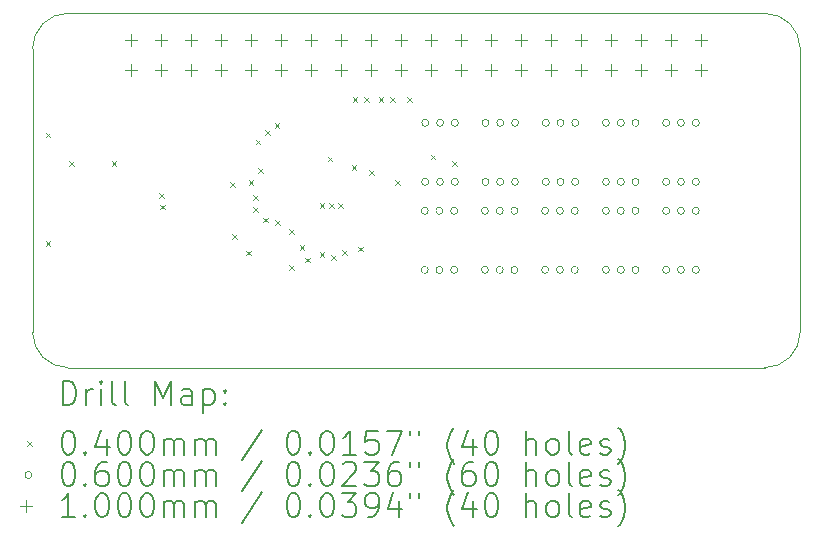
<source format=gbr>
%TF.GenerationSoftware,KiCad,Pcbnew,7.0.9*%
%TF.CreationDate,2023-11-18T01:38:32+02:00*%
%TF.ProjectId,MicroBars,4d696372-6f42-4617-9273-2e6b69636164,rev?*%
%TF.SameCoordinates,Original*%
%TF.FileFunction,Drillmap*%
%TF.FilePolarity,Positive*%
%FSLAX45Y45*%
G04 Gerber Fmt 4.5, Leading zero omitted, Abs format (unit mm)*
G04 Created by KiCad (PCBNEW 7.0.9) date 2023-11-18 01:38:32*
%MOMM*%
%LPD*%
G01*
G04 APERTURE LIST*
%ADD10C,0.100000*%
%ADD11C,0.200000*%
G04 APERTURE END LIST*
D10*
X16550000Y-11190000D02*
G75*
G03*
X16250000Y-10890000I-300000J0D01*
G01*
X16250000Y-10890000D02*
X10350000Y-10890000D01*
X16250000Y-13890000D02*
G75*
G03*
X16550000Y-13590000I0J300000D01*
G01*
X16550000Y-13590000D02*
X16550000Y-11190000D01*
X10350000Y-10890000D02*
G75*
G03*
X10050000Y-11190000I0J-300000D01*
G01*
X10350000Y-13890000D02*
X16250000Y-13890000D01*
X10050000Y-13590000D02*
G75*
G03*
X10350000Y-13890000I300000J0D01*
G01*
X10050000Y-11190000D02*
X10050000Y-13590000D01*
D11*
D10*
X10160000Y-11900000D02*
X10200000Y-11940000D01*
X10200000Y-11900000D02*
X10160000Y-11940000D01*
X10160000Y-12820000D02*
X10200000Y-12860000D01*
X10200000Y-12820000D02*
X10160000Y-12860000D01*
X10360000Y-12140000D02*
X10400000Y-12180000D01*
X10400000Y-12140000D02*
X10360000Y-12180000D01*
X10720000Y-12140000D02*
X10760000Y-12180000D01*
X10760000Y-12140000D02*
X10720000Y-12180000D01*
X11119206Y-12411738D02*
X11159206Y-12451738D01*
X11159206Y-12411738D02*
X11119206Y-12451738D01*
X11128770Y-12511230D02*
X11168770Y-12551230D01*
X11168770Y-12511230D02*
X11128770Y-12551230D01*
X11720000Y-12320000D02*
X11760000Y-12360000D01*
X11760000Y-12320000D02*
X11720000Y-12360000D01*
X11740000Y-12760000D02*
X11780000Y-12800000D01*
X11780000Y-12760000D02*
X11740000Y-12800000D01*
X11860000Y-12900000D02*
X11900000Y-12940000D01*
X11900000Y-12900000D02*
X11860000Y-12940000D01*
X11880000Y-12300000D02*
X11920000Y-12340000D01*
X11920000Y-12300000D02*
X11880000Y-12340000D01*
X11920000Y-12428900D02*
X11960000Y-12468900D01*
X11960000Y-12428900D02*
X11920000Y-12468900D01*
X11920000Y-12528850D02*
X11960000Y-12568850D01*
X11960000Y-12528850D02*
X11920000Y-12568850D01*
X11940000Y-11960000D02*
X11980000Y-12000000D01*
X11980000Y-11960000D02*
X11940000Y-12000000D01*
X11960000Y-12200000D02*
X12000000Y-12240000D01*
X12000000Y-12200000D02*
X11960000Y-12240000D01*
X12000000Y-12620000D02*
X12040000Y-12660000D01*
X12040000Y-12620000D02*
X12000000Y-12660000D01*
X12020000Y-11880000D02*
X12060000Y-11920000D01*
X12060000Y-11880000D02*
X12020000Y-11920000D01*
X12100000Y-11820000D02*
X12140000Y-11860000D01*
X12140000Y-11820000D02*
X12100000Y-11860000D01*
X12101300Y-12643750D02*
X12141300Y-12683750D01*
X12141300Y-12643750D02*
X12101300Y-12683750D01*
X12220000Y-12720000D02*
X12260000Y-12760000D01*
X12260000Y-12720000D02*
X12220000Y-12760000D01*
X12220000Y-13020000D02*
X12260000Y-13060000D01*
X12260000Y-13020000D02*
X12220000Y-13060000D01*
X12311300Y-12851300D02*
X12351300Y-12891300D01*
X12351300Y-12851300D02*
X12311300Y-12891300D01*
X12360000Y-12960000D02*
X12400000Y-13000000D01*
X12400000Y-12960000D02*
X12360000Y-13000000D01*
X12480000Y-12500000D02*
X12520000Y-12540000D01*
X12520000Y-12500000D02*
X12480000Y-12540000D01*
X12481300Y-12911300D02*
X12521300Y-12951300D01*
X12521300Y-12911300D02*
X12481300Y-12951300D01*
X12549133Y-12103728D02*
X12589133Y-12143728D01*
X12589133Y-12103728D02*
X12549133Y-12143728D01*
X12560000Y-12500000D02*
X12600000Y-12540000D01*
X12600000Y-12500000D02*
X12560000Y-12540000D01*
X12578266Y-12935541D02*
X12618266Y-12975541D01*
X12618266Y-12935541D02*
X12578266Y-12975541D01*
X12640000Y-12500000D02*
X12680000Y-12540000D01*
X12680000Y-12500000D02*
X12640000Y-12540000D01*
X12670668Y-12897437D02*
X12710668Y-12937437D01*
X12710668Y-12897437D02*
X12670668Y-12937437D01*
X12752010Y-12177450D02*
X12792010Y-12217450D01*
X12792010Y-12177450D02*
X12752010Y-12217450D01*
X12760000Y-11600000D02*
X12800000Y-11640000D01*
X12800000Y-11600000D02*
X12760000Y-11640000D01*
X12805282Y-12865282D02*
X12845282Y-12905282D01*
X12845282Y-12865282D02*
X12805282Y-12905282D01*
X12860000Y-11600000D02*
X12900000Y-11640000D01*
X12900000Y-11600000D02*
X12860000Y-11640000D01*
X12900000Y-12220000D02*
X12940000Y-12260000D01*
X12940000Y-12220000D02*
X12900000Y-12260000D01*
X12980000Y-11600000D02*
X13020000Y-11640000D01*
X13020000Y-11600000D02*
X12980000Y-11640000D01*
X13080000Y-11600000D02*
X13120000Y-11640000D01*
X13120000Y-11600000D02*
X13080000Y-11640000D01*
X13120000Y-12300000D02*
X13160000Y-12340000D01*
X13160000Y-12300000D02*
X13120000Y-12340000D01*
X13220000Y-11600000D02*
X13260000Y-11640000D01*
X13260000Y-11600000D02*
X13220000Y-11640000D01*
X13421300Y-12087500D02*
X13461300Y-12127500D01*
X13461300Y-12087500D02*
X13421300Y-12127500D01*
X13601300Y-12142600D02*
X13641300Y-12182600D01*
X13641300Y-12142600D02*
X13601300Y-12182600D01*
X13400000Y-12562550D02*
G75*
G03*
X13400000Y-12562550I-30000J0D01*
G01*
X13400000Y-13062550D02*
G75*
G03*
X13400000Y-13062550I-30000J0D01*
G01*
X13405175Y-11817550D02*
G75*
G03*
X13405175Y-11817550I-30000J0D01*
G01*
X13405175Y-12317550D02*
G75*
G03*
X13405175Y-12317550I-30000J0D01*
G01*
X13525000Y-12562550D02*
G75*
G03*
X13525000Y-12562550I-30000J0D01*
G01*
X13525000Y-13062550D02*
G75*
G03*
X13525000Y-13062550I-30000J0D01*
G01*
X13530175Y-11817550D02*
G75*
G03*
X13530175Y-11817550I-30000J0D01*
G01*
X13530175Y-12317550D02*
G75*
G03*
X13530175Y-12317550I-30000J0D01*
G01*
X13650000Y-12562550D02*
G75*
G03*
X13650000Y-12562550I-30000J0D01*
G01*
X13650000Y-13062550D02*
G75*
G03*
X13650000Y-13062550I-30000J0D01*
G01*
X13655175Y-11817550D02*
G75*
G03*
X13655175Y-11817550I-30000J0D01*
G01*
X13655175Y-12317550D02*
G75*
G03*
X13655175Y-12317550I-30000J0D01*
G01*
X13910050Y-12562550D02*
G75*
G03*
X13910050Y-12562550I-30000J0D01*
G01*
X13910050Y-13062550D02*
G75*
G03*
X13910050Y-13062550I-30000J0D01*
G01*
X13915175Y-11817550D02*
G75*
G03*
X13915175Y-11817550I-30000J0D01*
G01*
X13915175Y-12317550D02*
G75*
G03*
X13915175Y-12317550I-30000J0D01*
G01*
X14035050Y-12562550D02*
G75*
G03*
X14035050Y-12562550I-30000J0D01*
G01*
X14035050Y-13062550D02*
G75*
G03*
X14035050Y-13062550I-30000J0D01*
G01*
X14040175Y-11817550D02*
G75*
G03*
X14040175Y-11817550I-30000J0D01*
G01*
X14040175Y-12317550D02*
G75*
G03*
X14040175Y-12317550I-30000J0D01*
G01*
X14160050Y-12562550D02*
G75*
G03*
X14160050Y-12562550I-30000J0D01*
G01*
X14160050Y-13062550D02*
G75*
G03*
X14160050Y-13062550I-30000J0D01*
G01*
X14165175Y-11817550D02*
G75*
G03*
X14165175Y-11817550I-30000J0D01*
G01*
X14165175Y-12317550D02*
G75*
G03*
X14165175Y-12317550I-30000J0D01*
G01*
X14420050Y-12562550D02*
G75*
G03*
X14420050Y-12562550I-30000J0D01*
G01*
X14420050Y-13062550D02*
G75*
G03*
X14420050Y-13062550I-30000J0D01*
G01*
X14425300Y-11817550D02*
G75*
G03*
X14425300Y-11817550I-30000J0D01*
G01*
X14425300Y-12317550D02*
G75*
G03*
X14425300Y-12317550I-30000J0D01*
G01*
X14545050Y-12562550D02*
G75*
G03*
X14545050Y-12562550I-30000J0D01*
G01*
X14545050Y-13062550D02*
G75*
G03*
X14545050Y-13062550I-30000J0D01*
G01*
X14550300Y-11817550D02*
G75*
G03*
X14550300Y-11817550I-30000J0D01*
G01*
X14550300Y-12317550D02*
G75*
G03*
X14550300Y-12317550I-30000J0D01*
G01*
X14670050Y-12562550D02*
G75*
G03*
X14670050Y-12562550I-30000J0D01*
G01*
X14670050Y-13062550D02*
G75*
G03*
X14670050Y-13062550I-30000J0D01*
G01*
X14675300Y-11817550D02*
G75*
G03*
X14675300Y-11817550I-30000J0D01*
G01*
X14675300Y-12317550D02*
G75*
G03*
X14675300Y-12317550I-30000J0D01*
G01*
X14935050Y-12562550D02*
G75*
G03*
X14935050Y-12562550I-30000J0D01*
G01*
X14935050Y-13062550D02*
G75*
G03*
X14935050Y-13062550I-30000J0D01*
G01*
X14935300Y-11817550D02*
G75*
G03*
X14935300Y-11817550I-30000J0D01*
G01*
X14935300Y-12317550D02*
G75*
G03*
X14935300Y-12317550I-30000J0D01*
G01*
X15060050Y-12562550D02*
G75*
G03*
X15060050Y-12562550I-30000J0D01*
G01*
X15060050Y-13062550D02*
G75*
G03*
X15060050Y-13062550I-30000J0D01*
G01*
X15060300Y-11817550D02*
G75*
G03*
X15060300Y-11817550I-30000J0D01*
G01*
X15060300Y-12317550D02*
G75*
G03*
X15060300Y-12317550I-30000J0D01*
G01*
X15185050Y-12562550D02*
G75*
G03*
X15185050Y-12562550I-30000J0D01*
G01*
X15185050Y-13062550D02*
G75*
G03*
X15185050Y-13062550I-30000J0D01*
G01*
X15185300Y-11817550D02*
G75*
G03*
X15185300Y-11817550I-30000J0D01*
G01*
X15185300Y-12317550D02*
G75*
G03*
X15185300Y-12317550I-30000J0D01*
G01*
X15445050Y-12562550D02*
G75*
G03*
X15445050Y-12562550I-30000J0D01*
G01*
X15445050Y-13062550D02*
G75*
G03*
X15445050Y-13062550I-30000J0D01*
G01*
X15445300Y-11817550D02*
G75*
G03*
X15445300Y-11817550I-30000J0D01*
G01*
X15445300Y-12317550D02*
G75*
G03*
X15445300Y-12317550I-30000J0D01*
G01*
X15570050Y-12562550D02*
G75*
G03*
X15570050Y-12562550I-30000J0D01*
G01*
X15570050Y-13062550D02*
G75*
G03*
X15570050Y-13062550I-30000J0D01*
G01*
X15570300Y-11817550D02*
G75*
G03*
X15570300Y-11817550I-30000J0D01*
G01*
X15570300Y-12317550D02*
G75*
G03*
X15570300Y-12317550I-30000J0D01*
G01*
X15695050Y-12562550D02*
G75*
G03*
X15695050Y-12562550I-30000J0D01*
G01*
X15695050Y-13062550D02*
G75*
G03*
X15695050Y-13062550I-30000J0D01*
G01*
X15695300Y-11817550D02*
G75*
G03*
X15695300Y-11817550I-30000J0D01*
G01*
X15695300Y-12317550D02*
G75*
G03*
X15695300Y-12317550I-30000J0D01*
G01*
X10887000Y-11063000D02*
X10887000Y-11163000D01*
X10837000Y-11113000D02*
X10937000Y-11113000D01*
X10887000Y-11317000D02*
X10887000Y-11417000D01*
X10837000Y-11367000D02*
X10937000Y-11367000D01*
X11141000Y-11063000D02*
X11141000Y-11163000D01*
X11091000Y-11113000D02*
X11191000Y-11113000D01*
X11141000Y-11317000D02*
X11141000Y-11417000D01*
X11091000Y-11367000D02*
X11191000Y-11367000D01*
X11395000Y-11063000D02*
X11395000Y-11163000D01*
X11345000Y-11113000D02*
X11445000Y-11113000D01*
X11395000Y-11317000D02*
X11395000Y-11417000D01*
X11345000Y-11367000D02*
X11445000Y-11367000D01*
X11649000Y-11063000D02*
X11649000Y-11163000D01*
X11599000Y-11113000D02*
X11699000Y-11113000D01*
X11649000Y-11317000D02*
X11649000Y-11417000D01*
X11599000Y-11367000D02*
X11699000Y-11367000D01*
X11903000Y-11063000D02*
X11903000Y-11163000D01*
X11853000Y-11113000D02*
X11953000Y-11113000D01*
X11903000Y-11317000D02*
X11903000Y-11417000D01*
X11853000Y-11367000D02*
X11953000Y-11367000D01*
X12157000Y-11063000D02*
X12157000Y-11163000D01*
X12107000Y-11113000D02*
X12207000Y-11113000D01*
X12157000Y-11317000D02*
X12157000Y-11417000D01*
X12107000Y-11367000D02*
X12207000Y-11367000D01*
X12411000Y-11063000D02*
X12411000Y-11163000D01*
X12361000Y-11113000D02*
X12461000Y-11113000D01*
X12411000Y-11317000D02*
X12411000Y-11417000D01*
X12361000Y-11367000D02*
X12461000Y-11367000D01*
X12665000Y-11063000D02*
X12665000Y-11163000D01*
X12615000Y-11113000D02*
X12715000Y-11113000D01*
X12665000Y-11317000D02*
X12665000Y-11417000D01*
X12615000Y-11367000D02*
X12715000Y-11367000D01*
X12919000Y-11063000D02*
X12919000Y-11163000D01*
X12869000Y-11113000D02*
X12969000Y-11113000D01*
X12919000Y-11317000D02*
X12919000Y-11417000D01*
X12869000Y-11367000D02*
X12969000Y-11367000D01*
X13173000Y-11063000D02*
X13173000Y-11163000D01*
X13123000Y-11113000D02*
X13223000Y-11113000D01*
X13173000Y-11317000D02*
X13173000Y-11417000D01*
X13123000Y-11367000D02*
X13223000Y-11367000D01*
X13427000Y-11063000D02*
X13427000Y-11163000D01*
X13377000Y-11113000D02*
X13477000Y-11113000D01*
X13427000Y-11317000D02*
X13427000Y-11417000D01*
X13377000Y-11367000D02*
X13477000Y-11367000D01*
X13681000Y-11063000D02*
X13681000Y-11163000D01*
X13631000Y-11113000D02*
X13731000Y-11113000D01*
X13681000Y-11317000D02*
X13681000Y-11417000D01*
X13631000Y-11367000D02*
X13731000Y-11367000D01*
X13935000Y-11063000D02*
X13935000Y-11163000D01*
X13885000Y-11113000D02*
X13985000Y-11113000D01*
X13935000Y-11317000D02*
X13935000Y-11417000D01*
X13885000Y-11367000D02*
X13985000Y-11367000D01*
X14189000Y-11063000D02*
X14189000Y-11163000D01*
X14139000Y-11113000D02*
X14239000Y-11113000D01*
X14189000Y-11317000D02*
X14189000Y-11417000D01*
X14139000Y-11367000D02*
X14239000Y-11367000D01*
X14443000Y-11063000D02*
X14443000Y-11163000D01*
X14393000Y-11113000D02*
X14493000Y-11113000D01*
X14443000Y-11317000D02*
X14443000Y-11417000D01*
X14393000Y-11367000D02*
X14493000Y-11367000D01*
X14697000Y-11063000D02*
X14697000Y-11163000D01*
X14647000Y-11113000D02*
X14747000Y-11113000D01*
X14697000Y-11317000D02*
X14697000Y-11417000D01*
X14647000Y-11367000D02*
X14747000Y-11367000D01*
X14951000Y-11063000D02*
X14951000Y-11163000D01*
X14901000Y-11113000D02*
X15001000Y-11113000D01*
X14951000Y-11317000D02*
X14951000Y-11417000D01*
X14901000Y-11367000D02*
X15001000Y-11367000D01*
X15205000Y-11063000D02*
X15205000Y-11163000D01*
X15155000Y-11113000D02*
X15255000Y-11113000D01*
X15205000Y-11317000D02*
X15205000Y-11417000D01*
X15155000Y-11367000D02*
X15255000Y-11367000D01*
X15459000Y-11063000D02*
X15459000Y-11163000D01*
X15409000Y-11113000D02*
X15509000Y-11113000D01*
X15459000Y-11317000D02*
X15459000Y-11417000D01*
X15409000Y-11367000D02*
X15509000Y-11367000D01*
X15713000Y-11063000D02*
X15713000Y-11163000D01*
X15663000Y-11113000D02*
X15763000Y-11113000D01*
X15713000Y-11317000D02*
X15713000Y-11417000D01*
X15663000Y-11367000D02*
X15763000Y-11367000D01*
D11*
X10305777Y-14206484D02*
X10305777Y-14006484D01*
X10305777Y-14006484D02*
X10353396Y-14006484D01*
X10353396Y-14006484D02*
X10381967Y-14016008D01*
X10381967Y-14016008D02*
X10401015Y-14035055D01*
X10401015Y-14035055D02*
X10410539Y-14054103D01*
X10410539Y-14054103D02*
X10420063Y-14092198D01*
X10420063Y-14092198D02*
X10420063Y-14120769D01*
X10420063Y-14120769D02*
X10410539Y-14158865D01*
X10410539Y-14158865D02*
X10401015Y-14177912D01*
X10401015Y-14177912D02*
X10381967Y-14196960D01*
X10381967Y-14196960D02*
X10353396Y-14206484D01*
X10353396Y-14206484D02*
X10305777Y-14206484D01*
X10505777Y-14206484D02*
X10505777Y-14073150D01*
X10505777Y-14111246D02*
X10515301Y-14092198D01*
X10515301Y-14092198D02*
X10524824Y-14082674D01*
X10524824Y-14082674D02*
X10543872Y-14073150D01*
X10543872Y-14073150D02*
X10562920Y-14073150D01*
X10629586Y-14206484D02*
X10629586Y-14073150D01*
X10629586Y-14006484D02*
X10620063Y-14016008D01*
X10620063Y-14016008D02*
X10629586Y-14025531D01*
X10629586Y-14025531D02*
X10639110Y-14016008D01*
X10639110Y-14016008D02*
X10629586Y-14006484D01*
X10629586Y-14006484D02*
X10629586Y-14025531D01*
X10753396Y-14206484D02*
X10734348Y-14196960D01*
X10734348Y-14196960D02*
X10724824Y-14177912D01*
X10724824Y-14177912D02*
X10724824Y-14006484D01*
X10858158Y-14206484D02*
X10839110Y-14196960D01*
X10839110Y-14196960D02*
X10829586Y-14177912D01*
X10829586Y-14177912D02*
X10829586Y-14006484D01*
X11086729Y-14206484D02*
X11086729Y-14006484D01*
X11086729Y-14006484D02*
X11153396Y-14149341D01*
X11153396Y-14149341D02*
X11220062Y-14006484D01*
X11220062Y-14006484D02*
X11220062Y-14206484D01*
X11401015Y-14206484D02*
X11401015Y-14101722D01*
X11401015Y-14101722D02*
X11391491Y-14082674D01*
X11391491Y-14082674D02*
X11372443Y-14073150D01*
X11372443Y-14073150D02*
X11334348Y-14073150D01*
X11334348Y-14073150D02*
X11315301Y-14082674D01*
X11401015Y-14196960D02*
X11381967Y-14206484D01*
X11381967Y-14206484D02*
X11334348Y-14206484D01*
X11334348Y-14206484D02*
X11315301Y-14196960D01*
X11315301Y-14196960D02*
X11305777Y-14177912D01*
X11305777Y-14177912D02*
X11305777Y-14158865D01*
X11305777Y-14158865D02*
X11315301Y-14139817D01*
X11315301Y-14139817D02*
X11334348Y-14130293D01*
X11334348Y-14130293D02*
X11381967Y-14130293D01*
X11381967Y-14130293D02*
X11401015Y-14120769D01*
X11496253Y-14073150D02*
X11496253Y-14273150D01*
X11496253Y-14082674D02*
X11515301Y-14073150D01*
X11515301Y-14073150D02*
X11553396Y-14073150D01*
X11553396Y-14073150D02*
X11572443Y-14082674D01*
X11572443Y-14082674D02*
X11581967Y-14092198D01*
X11581967Y-14092198D02*
X11591491Y-14111246D01*
X11591491Y-14111246D02*
X11591491Y-14168388D01*
X11591491Y-14168388D02*
X11581967Y-14187436D01*
X11581967Y-14187436D02*
X11572443Y-14196960D01*
X11572443Y-14196960D02*
X11553396Y-14206484D01*
X11553396Y-14206484D02*
X11515301Y-14206484D01*
X11515301Y-14206484D02*
X11496253Y-14196960D01*
X11677205Y-14187436D02*
X11686729Y-14196960D01*
X11686729Y-14196960D02*
X11677205Y-14206484D01*
X11677205Y-14206484D02*
X11667682Y-14196960D01*
X11667682Y-14196960D02*
X11677205Y-14187436D01*
X11677205Y-14187436D02*
X11677205Y-14206484D01*
X11677205Y-14082674D02*
X11686729Y-14092198D01*
X11686729Y-14092198D02*
X11677205Y-14101722D01*
X11677205Y-14101722D02*
X11667682Y-14092198D01*
X11667682Y-14092198D02*
X11677205Y-14082674D01*
X11677205Y-14082674D02*
X11677205Y-14101722D01*
D10*
X10005000Y-14515000D02*
X10045000Y-14555000D01*
X10045000Y-14515000D02*
X10005000Y-14555000D01*
D11*
X10343872Y-14426484D02*
X10362920Y-14426484D01*
X10362920Y-14426484D02*
X10381967Y-14436008D01*
X10381967Y-14436008D02*
X10391491Y-14445531D01*
X10391491Y-14445531D02*
X10401015Y-14464579D01*
X10401015Y-14464579D02*
X10410539Y-14502674D01*
X10410539Y-14502674D02*
X10410539Y-14550293D01*
X10410539Y-14550293D02*
X10401015Y-14588388D01*
X10401015Y-14588388D02*
X10391491Y-14607436D01*
X10391491Y-14607436D02*
X10381967Y-14616960D01*
X10381967Y-14616960D02*
X10362920Y-14626484D01*
X10362920Y-14626484D02*
X10343872Y-14626484D01*
X10343872Y-14626484D02*
X10324824Y-14616960D01*
X10324824Y-14616960D02*
X10315301Y-14607436D01*
X10315301Y-14607436D02*
X10305777Y-14588388D01*
X10305777Y-14588388D02*
X10296253Y-14550293D01*
X10296253Y-14550293D02*
X10296253Y-14502674D01*
X10296253Y-14502674D02*
X10305777Y-14464579D01*
X10305777Y-14464579D02*
X10315301Y-14445531D01*
X10315301Y-14445531D02*
X10324824Y-14436008D01*
X10324824Y-14436008D02*
X10343872Y-14426484D01*
X10496253Y-14607436D02*
X10505777Y-14616960D01*
X10505777Y-14616960D02*
X10496253Y-14626484D01*
X10496253Y-14626484D02*
X10486729Y-14616960D01*
X10486729Y-14616960D02*
X10496253Y-14607436D01*
X10496253Y-14607436D02*
X10496253Y-14626484D01*
X10677205Y-14493150D02*
X10677205Y-14626484D01*
X10629586Y-14416960D02*
X10581967Y-14559817D01*
X10581967Y-14559817D02*
X10705777Y-14559817D01*
X10820063Y-14426484D02*
X10839110Y-14426484D01*
X10839110Y-14426484D02*
X10858158Y-14436008D01*
X10858158Y-14436008D02*
X10867682Y-14445531D01*
X10867682Y-14445531D02*
X10877205Y-14464579D01*
X10877205Y-14464579D02*
X10886729Y-14502674D01*
X10886729Y-14502674D02*
X10886729Y-14550293D01*
X10886729Y-14550293D02*
X10877205Y-14588388D01*
X10877205Y-14588388D02*
X10867682Y-14607436D01*
X10867682Y-14607436D02*
X10858158Y-14616960D01*
X10858158Y-14616960D02*
X10839110Y-14626484D01*
X10839110Y-14626484D02*
X10820063Y-14626484D01*
X10820063Y-14626484D02*
X10801015Y-14616960D01*
X10801015Y-14616960D02*
X10791491Y-14607436D01*
X10791491Y-14607436D02*
X10781967Y-14588388D01*
X10781967Y-14588388D02*
X10772444Y-14550293D01*
X10772444Y-14550293D02*
X10772444Y-14502674D01*
X10772444Y-14502674D02*
X10781967Y-14464579D01*
X10781967Y-14464579D02*
X10791491Y-14445531D01*
X10791491Y-14445531D02*
X10801015Y-14436008D01*
X10801015Y-14436008D02*
X10820063Y-14426484D01*
X11010539Y-14426484D02*
X11029586Y-14426484D01*
X11029586Y-14426484D02*
X11048634Y-14436008D01*
X11048634Y-14436008D02*
X11058158Y-14445531D01*
X11058158Y-14445531D02*
X11067682Y-14464579D01*
X11067682Y-14464579D02*
X11077205Y-14502674D01*
X11077205Y-14502674D02*
X11077205Y-14550293D01*
X11077205Y-14550293D02*
X11067682Y-14588388D01*
X11067682Y-14588388D02*
X11058158Y-14607436D01*
X11058158Y-14607436D02*
X11048634Y-14616960D01*
X11048634Y-14616960D02*
X11029586Y-14626484D01*
X11029586Y-14626484D02*
X11010539Y-14626484D01*
X11010539Y-14626484D02*
X10991491Y-14616960D01*
X10991491Y-14616960D02*
X10981967Y-14607436D01*
X10981967Y-14607436D02*
X10972444Y-14588388D01*
X10972444Y-14588388D02*
X10962920Y-14550293D01*
X10962920Y-14550293D02*
X10962920Y-14502674D01*
X10962920Y-14502674D02*
X10972444Y-14464579D01*
X10972444Y-14464579D02*
X10981967Y-14445531D01*
X10981967Y-14445531D02*
X10991491Y-14436008D01*
X10991491Y-14436008D02*
X11010539Y-14426484D01*
X11162920Y-14626484D02*
X11162920Y-14493150D01*
X11162920Y-14512198D02*
X11172444Y-14502674D01*
X11172444Y-14502674D02*
X11191491Y-14493150D01*
X11191491Y-14493150D02*
X11220063Y-14493150D01*
X11220063Y-14493150D02*
X11239110Y-14502674D01*
X11239110Y-14502674D02*
X11248634Y-14521722D01*
X11248634Y-14521722D02*
X11248634Y-14626484D01*
X11248634Y-14521722D02*
X11258158Y-14502674D01*
X11258158Y-14502674D02*
X11277205Y-14493150D01*
X11277205Y-14493150D02*
X11305777Y-14493150D01*
X11305777Y-14493150D02*
X11324824Y-14502674D01*
X11324824Y-14502674D02*
X11334348Y-14521722D01*
X11334348Y-14521722D02*
X11334348Y-14626484D01*
X11429586Y-14626484D02*
X11429586Y-14493150D01*
X11429586Y-14512198D02*
X11439110Y-14502674D01*
X11439110Y-14502674D02*
X11458158Y-14493150D01*
X11458158Y-14493150D02*
X11486729Y-14493150D01*
X11486729Y-14493150D02*
X11505777Y-14502674D01*
X11505777Y-14502674D02*
X11515301Y-14521722D01*
X11515301Y-14521722D02*
X11515301Y-14626484D01*
X11515301Y-14521722D02*
X11524824Y-14502674D01*
X11524824Y-14502674D02*
X11543872Y-14493150D01*
X11543872Y-14493150D02*
X11572443Y-14493150D01*
X11572443Y-14493150D02*
X11591491Y-14502674D01*
X11591491Y-14502674D02*
X11601015Y-14521722D01*
X11601015Y-14521722D02*
X11601015Y-14626484D01*
X11991491Y-14416960D02*
X11820063Y-14674103D01*
X12248634Y-14426484D02*
X12267682Y-14426484D01*
X12267682Y-14426484D02*
X12286729Y-14436008D01*
X12286729Y-14436008D02*
X12296253Y-14445531D01*
X12296253Y-14445531D02*
X12305777Y-14464579D01*
X12305777Y-14464579D02*
X12315301Y-14502674D01*
X12315301Y-14502674D02*
X12315301Y-14550293D01*
X12315301Y-14550293D02*
X12305777Y-14588388D01*
X12305777Y-14588388D02*
X12296253Y-14607436D01*
X12296253Y-14607436D02*
X12286729Y-14616960D01*
X12286729Y-14616960D02*
X12267682Y-14626484D01*
X12267682Y-14626484D02*
X12248634Y-14626484D01*
X12248634Y-14626484D02*
X12229586Y-14616960D01*
X12229586Y-14616960D02*
X12220063Y-14607436D01*
X12220063Y-14607436D02*
X12210539Y-14588388D01*
X12210539Y-14588388D02*
X12201015Y-14550293D01*
X12201015Y-14550293D02*
X12201015Y-14502674D01*
X12201015Y-14502674D02*
X12210539Y-14464579D01*
X12210539Y-14464579D02*
X12220063Y-14445531D01*
X12220063Y-14445531D02*
X12229586Y-14436008D01*
X12229586Y-14436008D02*
X12248634Y-14426484D01*
X12401015Y-14607436D02*
X12410539Y-14616960D01*
X12410539Y-14616960D02*
X12401015Y-14626484D01*
X12401015Y-14626484D02*
X12391491Y-14616960D01*
X12391491Y-14616960D02*
X12401015Y-14607436D01*
X12401015Y-14607436D02*
X12401015Y-14626484D01*
X12534348Y-14426484D02*
X12553396Y-14426484D01*
X12553396Y-14426484D02*
X12572444Y-14436008D01*
X12572444Y-14436008D02*
X12581967Y-14445531D01*
X12581967Y-14445531D02*
X12591491Y-14464579D01*
X12591491Y-14464579D02*
X12601015Y-14502674D01*
X12601015Y-14502674D02*
X12601015Y-14550293D01*
X12601015Y-14550293D02*
X12591491Y-14588388D01*
X12591491Y-14588388D02*
X12581967Y-14607436D01*
X12581967Y-14607436D02*
X12572444Y-14616960D01*
X12572444Y-14616960D02*
X12553396Y-14626484D01*
X12553396Y-14626484D02*
X12534348Y-14626484D01*
X12534348Y-14626484D02*
X12515301Y-14616960D01*
X12515301Y-14616960D02*
X12505777Y-14607436D01*
X12505777Y-14607436D02*
X12496253Y-14588388D01*
X12496253Y-14588388D02*
X12486729Y-14550293D01*
X12486729Y-14550293D02*
X12486729Y-14502674D01*
X12486729Y-14502674D02*
X12496253Y-14464579D01*
X12496253Y-14464579D02*
X12505777Y-14445531D01*
X12505777Y-14445531D02*
X12515301Y-14436008D01*
X12515301Y-14436008D02*
X12534348Y-14426484D01*
X12791491Y-14626484D02*
X12677206Y-14626484D01*
X12734348Y-14626484D02*
X12734348Y-14426484D01*
X12734348Y-14426484D02*
X12715301Y-14455055D01*
X12715301Y-14455055D02*
X12696253Y-14474103D01*
X12696253Y-14474103D02*
X12677206Y-14483627D01*
X12972444Y-14426484D02*
X12877206Y-14426484D01*
X12877206Y-14426484D02*
X12867682Y-14521722D01*
X12867682Y-14521722D02*
X12877206Y-14512198D01*
X12877206Y-14512198D02*
X12896253Y-14502674D01*
X12896253Y-14502674D02*
X12943872Y-14502674D01*
X12943872Y-14502674D02*
X12962920Y-14512198D01*
X12962920Y-14512198D02*
X12972444Y-14521722D01*
X12972444Y-14521722D02*
X12981967Y-14540769D01*
X12981967Y-14540769D02*
X12981967Y-14588388D01*
X12981967Y-14588388D02*
X12972444Y-14607436D01*
X12972444Y-14607436D02*
X12962920Y-14616960D01*
X12962920Y-14616960D02*
X12943872Y-14626484D01*
X12943872Y-14626484D02*
X12896253Y-14626484D01*
X12896253Y-14626484D02*
X12877206Y-14616960D01*
X12877206Y-14616960D02*
X12867682Y-14607436D01*
X13048634Y-14426484D02*
X13181967Y-14426484D01*
X13181967Y-14426484D02*
X13096253Y-14626484D01*
X13248634Y-14426484D02*
X13248634Y-14464579D01*
X13324825Y-14426484D02*
X13324825Y-14464579D01*
X13620063Y-14702674D02*
X13610539Y-14693150D01*
X13610539Y-14693150D02*
X13591491Y-14664579D01*
X13591491Y-14664579D02*
X13581968Y-14645531D01*
X13581968Y-14645531D02*
X13572444Y-14616960D01*
X13572444Y-14616960D02*
X13562920Y-14569341D01*
X13562920Y-14569341D02*
X13562920Y-14531246D01*
X13562920Y-14531246D02*
X13572444Y-14483627D01*
X13572444Y-14483627D02*
X13581968Y-14455055D01*
X13581968Y-14455055D02*
X13591491Y-14436008D01*
X13591491Y-14436008D02*
X13610539Y-14407436D01*
X13610539Y-14407436D02*
X13620063Y-14397912D01*
X13781968Y-14493150D02*
X13781968Y-14626484D01*
X13734348Y-14416960D02*
X13686729Y-14559817D01*
X13686729Y-14559817D02*
X13810539Y-14559817D01*
X13924825Y-14426484D02*
X13943872Y-14426484D01*
X13943872Y-14426484D02*
X13962920Y-14436008D01*
X13962920Y-14436008D02*
X13972444Y-14445531D01*
X13972444Y-14445531D02*
X13981968Y-14464579D01*
X13981968Y-14464579D02*
X13991491Y-14502674D01*
X13991491Y-14502674D02*
X13991491Y-14550293D01*
X13991491Y-14550293D02*
X13981968Y-14588388D01*
X13981968Y-14588388D02*
X13972444Y-14607436D01*
X13972444Y-14607436D02*
X13962920Y-14616960D01*
X13962920Y-14616960D02*
X13943872Y-14626484D01*
X13943872Y-14626484D02*
X13924825Y-14626484D01*
X13924825Y-14626484D02*
X13905777Y-14616960D01*
X13905777Y-14616960D02*
X13896253Y-14607436D01*
X13896253Y-14607436D02*
X13886729Y-14588388D01*
X13886729Y-14588388D02*
X13877206Y-14550293D01*
X13877206Y-14550293D02*
X13877206Y-14502674D01*
X13877206Y-14502674D02*
X13886729Y-14464579D01*
X13886729Y-14464579D02*
X13896253Y-14445531D01*
X13896253Y-14445531D02*
X13905777Y-14436008D01*
X13905777Y-14436008D02*
X13924825Y-14426484D01*
X14229587Y-14626484D02*
X14229587Y-14426484D01*
X14315301Y-14626484D02*
X14315301Y-14521722D01*
X14315301Y-14521722D02*
X14305777Y-14502674D01*
X14305777Y-14502674D02*
X14286730Y-14493150D01*
X14286730Y-14493150D02*
X14258158Y-14493150D01*
X14258158Y-14493150D02*
X14239110Y-14502674D01*
X14239110Y-14502674D02*
X14229587Y-14512198D01*
X14439110Y-14626484D02*
X14420063Y-14616960D01*
X14420063Y-14616960D02*
X14410539Y-14607436D01*
X14410539Y-14607436D02*
X14401015Y-14588388D01*
X14401015Y-14588388D02*
X14401015Y-14531246D01*
X14401015Y-14531246D02*
X14410539Y-14512198D01*
X14410539Y-14512198D02*
X14420063Y-14502674D01*
X14420063Y-14502674D02*
X14439110Y-14493150D01*
X14439110Y-14493150D02*
X14467682Y-14493150D01*
X14467682Y-14493150D02*
X14486730Y-14502674D01*
X14486730Y-14502674D02*
X14496253Y-14512198D01*
X14496253Y-14512198D02*
X14505777Y-14531246D01*
X14505777Y-14531246D02*
X14505777Y-14588388D01*
X14505777Y-14588388D02*
X14496253Y-14607436D01*
X14496253Y-14607436D02*
X14486730Y-14616960D01*
X14486730Y-14616960D02*
X14467682Y-14626484D01*
X14467682Y-14626484D02*
X14439110Y-14626484D01*
X14620063Y-14626484D02*
X14601015Y-14616960D01*
X14601015Y-14616960D02*
X14591491Y-14597912D01*
X14591491Y-14597912D02*
X14591491Y-14426484D01*
X14772444Y-14616960D02*
X14753396Y-14626484D01*
X14753396Y-14626484D02*
X14715301Y-14626484D01*
X14715301Y-14626484D02*
X14696253Y-14616960D01*
X14696253Y-14616960D02*
X14686730Y-14597912D01*
X14686730Y-14597912D02*
X14686730Y-14521722D01*
X14686730Y-14521722D02*
X14696253Y-14502674D01*
X14696253Y-14502674D02*
X14715301Y-14493150D01*
X14715301Y-14493150D02*
X14753396Y-14493150D01*
X14753396Y-14493150D02*
X14772444Y-14502674D01*
X14772444Y-14502674D02*
X14781968Y-14521722D01*
X14781968Y-14521722D02*
X14781968Y-14540769D01*
X14781968Y-14540769D02*
X14686730Y-14559817D01*
X14858158Y-14616960D02*
X14877206Y-14626484D01*
X14877206Y-14626484D02*
X14915301Y-14626484D01*
X14915301Y-14626484D02*
X14934349Y-14616960D01*
X14934349Y-14616960D02*
X14943872Y-14597912D01*
X14943872Y-14597912D02*
X14943872Y-14588388D01*
X14943872Y-14588388D02*
X14934349Y-14569341D01*
X14934349Y-14569341D02*
X14915301Y-14559817D01*
X14915301Y-14559817D02*
X14886730Y-14559817D01*
X14886730Y-14559817D02*
X14867682Y-14550293D01*
X14867682Y-14550293D02*
X14858158Y-14531246D01*
X14858158Y-14531246D02*
X14858158Y-14521722D01*
X14858158Y-14521722D02*
X14867682Y-14502674D01*
X14867682Y-14502674D02*
X14886730Y-14493150D01*
X14886730Y-14493150D02*
X14915301Y-14493150D01*
X14915301Y-14493150D02*
X14934349Y-14502674D01*
X15010539Y-14702674D02*
X15020063Y-14693150D01*
X15020063Y-14693150D02*
X15039111Y-14664579D01*
X15039111Y-14664579D02*
X15048634Y-14645531D01*
X15048634Y-14645531D02*
X15058158Y-14616960D01*
X15058158Y-14616960D02*
X15067682Y-14569341D01*
X15067682Y-14569341D02*
X15067682Y-14531246D01*
X15067682Y-14531246D02*
X15058158Y-14483627D01*
X15058158Y-14483627D02*
X15048634Y-14455055D01*
X15048634Y-14455055D02*
X15039111Y-14436008D01*
X15039111Y-14436008D02*
X15020063Y-14407436D01*
X15020063Y-14407436D02*
X15010539Y-14397912D01*
D10*
X10045000Y-14799000D02*
G75*
G03*
X10045000Y-14799000I-30000J0D01*
G01*
D11*
X10343872Y-14690484D02*
X10362920Y-14690484D01*
X10362920Y-14690484D02*
X10381967Y-14700008D01*
X10381967Y-14700008D02*
X10391491Y-14709531D01*
X10391491Y-14709531D02*
X10401015Y-14728579D01*
X10401015Y-14728579D02*
X10410539Y-14766674D01*
X10410539Y-14766674D02*
X10410539Y-14814293D01*
X10410539Y-14814293D02*
X10401015Y-14852388D01*
X10401015Y-14852388D02*
X10391491Y-14871436D01*
X10391491Y-14871436D02*
X10381967Y-14880960D01*
X10381967Y-14880960D02*
X10362920Y-14890484D01*
X10362920Y-14890484D02*
X10343872Y-14890484D01*
X10343872Y-14890484D02*
X10324824Y-14880960D01*
X10324824Y-14880960D02*
X10315301Y-14871436D01*
X10315301Y-14871436D02*
X10305777Y-14852388D01*
X10305777Y-14852388D02*
X10296253Y-14814293D01*
X10296253Y-14814293D02*
X10296253Y-14766674D01*
X10296253Y-14766674D02*
X10305777Y-14728579D01*
X10305777Y-14728579D02*
X10315301Y-14709531D01*
X10315301Y-14709531D02*
X10324824Y-14700008D01*
X10324824Y-14700008D02*
X10343872Y-14690484D01*
X10496253Y-14871436D02*
X10505777Y-14880960D01*
X10505777Y-14880960D02*
X10496253Y-14890484D01*
X10496253Y-14890484D02*
X10486729Y-14880960D01*
X10486729Y-14880960D02*
X10496253Y-14871436D01*
X10496253Y-14871436D02*
X10496253Y-14890484D01*
X10677205Y-14690484D02*
X10639110Y-14690484D01*
X10639110Y-14690484D02*
X10620063Y-14700008D01*
X10620063Y-14700008D02*
X10610539Y-14709531D01*
X10610539Y-14709531D02*
X10591491Y-14738103D01*
X10591491Y-14738103D02*
X10581967Y-14776198D01*
X10581967Y-14776198D02*
X10581967Y-14852388D01*
X10581967Y-14852388D02*
X10591491Y-14871436D01*
X10591491Y-14871436D02*
X10601015Y-14880960D01*
X10601015Y-14880960D02*
X10620063Y-14890484D01*
X10620063Y-14890484D02*
X10658158Y-14890484D01*
X10658158Y-14890484D02*
X10677205Y-14880960D01*
X10677205Y-14880960D02*
X10686729Y-14871436D01*
X10686729Y-14871436D02*
X10696253Y-14852388D01*
X10696253Y-14852388D02*
X10696253Y-14804769D01*
X10696253Y-14804769D02*
X10686729Y-14785722D01*
X10686729Y-14785722D02*
X10677205Y-14776198D01*
X10677205Y-14776198D02*
X10658158Y-14766674D01*
X10658158Y-14766674D02*
X10620063Y-14766674D01*
X10620063Y-14766674D02*
X10601015Y-14776198D01*
X10601015Y-14776198D02*
X10591491Y-14785722D01*
X10591491Y-14785722D02*
X10581967Y-14804769D01*
X10820063Y-14690484D02*
X10839110Y-14690484D01*
X10839110Y-14690484D02*
X10858158Y-14700008D01*
X10858158Y-14700008D02*
X10867682Y-14709531D01*
X10867682Y-14709531D02*
X10877205Y-14728579D01*
X10877205Y-14728579D02*
X10886729Y-14766674D01*
X10886729Y-14766674D02*
X10886729Y-14814293D01*
X10886729Y-14814293D02*
X10877205Y-14852388D01*
X10877205Y-14852388D02*
X10867682Y-14871436D01*
X10867682Y-14871436D02*
X10858158Y-14880960D01*
X10858158Y-14880960D02*
X10839110Y-14890484D01*
X10839110Y-14890484D02*
X10820063Y-14890484D01*
X10820063Y-14890484D02*
X10801015Y-14880960D01*
X10801015Y-14880960D02*
X10791491Y-14871436D01*
X10791491Y-14871436D02*
X10781967Y-14852388D01*
X10781967Y-14852388D02*
X10772444Y-14814293D01*
X10772444Y-14814293D02*
X10772444Y-14766674D01*
X10772444Y-14766674D02*
X10781967Y-14728579D01*
X10781967Y-14728579D02*
X10791491Y-14709531D01*
X10791491Y-14709531D02*
X10801015Y-14700008D01*
X10801015Y-14700008D02*
X10820063Y-14690484D01*
X11010539Y-14690484D02*
X11029586Y-14690484D01*
X11029586Y-14690484D02*
X11048634Y-14700008D01*
X11048634Y-14700008D02*
X11058158Y-14709531D01*
X11058158Y-14709531D02*
X11067682Y-14728579D01*
X11067682Y-14728579D02*
X11077205Y-14766674D01*
X11077205Y-14766674D02*
X11077205Y-14814293D01*
X11077205Y-14814293D02*
X11067682Y-14852388D01*
X11067682Y-14852388D02*
X11058158Y-14871436D01*
X11058158Y-14871436D02*
X11048634Y-14880960D01*
X11048634Y-14880960D02*
X11029586Y-14890484D01*
X11029586Y-14890484D02*
X11010539Y-14890484D01*
X11010539Y-14890484D02*
X10991491Y-14880960D01*
X10991491Y-14880960D02*
X10981967Y-14871436D01*
X10981967Y-14871436D02*
X10972444Y-14852388D01*
X10972444Y-14852388D02*
X10962920Y-14814293D01*
X10962920Y-14814293D02*
X10962920Y-14766674D01*
X10962920Y-14766674D02*
X10972444Y-14728579D01*
X10972444Y-14728579D02*
X10981967Y-14709531D01*
X10981967Y-14709531D02*
X10991491Y-14700008D01*
X10991491Y-14700008D02*
X11010539Y-14690484D01*
X11162920Y-14890484D02*
X11162920Y-14757150D01*
X11162920Y-14776198D02*
X11172444Y-14766674D01*
X11172444Y-14766674D02*
X11191491Y-14757150D01*
X11191491Y-14757150D02*
X11220063Y-14757150D01*
X11220063Y-14757150D02*
X11239110Y-14766674D01*
X11239110Y-14766674D02*
X11248634Y-14785722D01*
X11248634Y-14785722D02*
X11248634Y-14890484D01*
X11248634Y-14785722D02*
X11258158Y-14766674D01*
X11258158Y-14766674D02*
X11277205Y-14757150D01*
X11277205Y-14757150D02*
X11305777Y-14757150D01*
X11305777Y-14757150D02*
X11324824Y-14766674D01*
X11324824Y-14766674D02*
X11334348Y-14785722D01*
X11334348Y-14785722D02*
X11334348Y-14890484D01*
X11429586Y-14890484D02*
X11429586Y-14757150D01*
X11429586Y-14776198D02*
X11439110Y-14766674D01*
X11439110Y-14766674D02*
X11458158Y-14757150D01*
X11458158Y-14757150D02*
X11486729Y-14757150D01*
X11486729Y-14757150D02*
X11505777Y-14766674D01*
X11505777Y-14766674D02*
X11515301Y-14785722D01*
X11515301Y-14785722D02*
X11515301Y-14890484D01*
X11515301Y-14785722D02*
X11524824Y-14766674D01*
X11524824Y-14766674D02*
X11543872Y-14757150D01*
X11543872Y-14757150D02*
X11572443Y-14757150D01*
X11572443Y-14757150D02*
X11591491Y-14766674D01*
X11591491Y-14766674D02*
X11601015Y-14785722D01*
X11601015Y-14785722D02*
X11601015Y-14890484D01*
X11991491Y-14680960D02*
X11820063Y-14938103D01*
X12248634Y-14690484D02*
X12267682Y-14690484D01*
X12267682Y-14690484D02*
X12286729Y-14700008D01*
X12286729Y-14700008D02*
X12296253Y-14709531D01*
X12296253Y-14709531D02*
X12305777Y-14728579D01*
X12305777Y-14728579D02*
X12315301Y-14766674D01*
X12315301Y-14766674D02*
X12315301Y-14814293D01*
X12315301Y-14814293D02*
X12305777Y-14852388D01*
X12305777Y-14852388D02*
X12296253Y-14871436D01*
X12296253Y-14871436D02*
X12286729Y-14880960D01*
X12286729Y-14880960D02*
X12267682Y-14890484D01*
X12267682Y-14890484D02*
X12248634Y-14890484D01*
X12248634Y-14890484D02*
X12229586Y-14880960D01*
X12229586Y-14880960D02*
X12220063Y-14871436D01*
X12220063Y-14871436D02*
X12210539Y-14852388D01*
X12210539Y-14852388D02*
X12201015Y-14814293D01*
X12201015Y-14814293D02*
X12201015Y-14766674D01*
X12201015Y-14766674D02*
X12210539Y-14728579D01*
X12210539Y-14728579D02*
X12220063Y-14709531D01*
X12220063Y-14709531D02*
X12229586Y-14700008D01*
X12229586Y-14700008D02*
X12248634Y-14690484D01*
X12401015Y-14871436D02*
X12410539Y-14880960D01*
X12410539Y-14880960D02*
X12401015Y-14890484D01*
X12401015Y-14890484D02*
X12391491Y-14880960D01*
X12391491Y-14880960D02*
X12401015Y-14871436D01*
X12401015Y-14871436D02*
X12401015Y-14890484D01*
X12534348Y-14690484D02*
X12553396Y-14690484D01*
X12553396Y-14690484D02*
X12572444Y-14700008D01*
X12572444Y-14700008D02*
X12581967Y-14709531D01*
X12581967Y-14709531D02*
X12591491Y-14728579D01*
X12591491Y-14728579D02*
X12601015Y-14766674D01*
X12601015Y-14766674D02*
X12601015Y-14814293D01*
X12601015Y-14814293D02*
X12591491Y-14852388D01*
X12591491Y-14852388D02*
X12581967Y-14871436D01*
X12581967Y-14871436D02*
X12572444Y-14880960D01*
X12572444Y-14880960D02*
X12553396Y-14890484D01*
X12553396Y-14890484D02*
X12534348Y-14890484D01*
X12534348Y-14890484D02*
X12515301Y-14880960D01*
X12515301Y-14880960D02*
X12505777Y-14871436D01*
X12505777Y-14871436D02*
X12496253Y-14852388D01*
X12496253Y-14852388D02*
X12486729Y-14814293D01*
X12486729Y-14814293D02*
X12486729Y-14766674D01*
X12486729Y-14766674D02*
X12496253Y-14728579D01*
X12496253Y-14728579D02*
X12505777Y-14709531D01*
X12505777Y-14709531D02*
X12515301Y-14700008D01*
X12515301Y-14700008D02*
X12534348Y-14690484D01*
X12677206Y-14709531D02*
X12686729Y-14700008D01*
X12686729Y-14700008D02*
X12705777Y-14690484D01*
X12705777Y-14690484D02*
X12753396Y-14690484D01*
X12753396Y-14690484D02*
X12772444Y-14700008D01*
X12772444Y-14700008D02*
X12781967Y-14709531D01*
X12781967Y-14709531D02*
X12791491Y-14728579D01*
X12791491Y-14728579D02*
X12791491Y-14747627D01*
X12791491Y-14747627D02*
X12781967Y-14776198D01*
X12781967Y-14776198D02*
X12667682Y-14890484D01*
X12667682Y-14890484D02*
X12791491Y-14890484D01*
X12858158Y-14690484D02*
X12981967Y-14690484D01*
X12981967Y-14690484D02*
X12915301Y-14766674D01*
X12915301Y-14766674D02*
X12943872Y-14766674D01*
X12943872Y-14766674D02*
X12962920Y-14776198D01*
X12962920Y-14776198D02*
X12972444Y-14785722D01*
X12972444Y-14785722D02*
X12981967Y-14804769D01*
X12981967Y-14804769D02*
X12981967Y-14852388D01*
X12981967Y-14852388D02*
X12972444Y-14871436D01*
X12972444Y-14871436D02*
X12962920Y-14880960D01*
X12962920Y-14880960D02*
X12943872Y-14890484D01*
X12943872Y-14890484D02*
X12886729Y-14890484D01*
X12886729Y-14890484D02*
X12867682Y-14880960D01*
X12867682Y-14880960D02*
X12858158Y-14871436D01*
X13153396Y-14690484D02*
X13115301Y-14690484D01*
X13115301Y-14690484D02*
X13096253Y-14700008D01*
X13096253Y-14700008D02*
X13086729Y-14709531D01*
X13086729Y-14709531D02*
X13067682Y-14738103D01*
X13067682Y-14738103D02*
X13058158Y-14776198D01*
X13058158Y-14776198D02*
X13058158Y-14852388D01*
X13058158Y-14852388D02*
X13067682Y-14871436D01*
X13067682Y-14871436D02*
X13077206Y-14880960D01*
X13077206Y-14880960D02*
X13096253Y-14890484D01*
X13096253Y-14890484D02*
X13134348Y-14890484D01*
X13134348Y-14890484D02*
X13153396Y-14880960D01*
X13153396Y-14880960D02*
X13162920Y-14871436D01*
X13162920Y-14871436D02*
X13172444Y-14852388D01*
X13172444Y-14852388D02*
X13172444Y-14804769D01*
X13172444Y-14804769D02*
X13162920Y-14785722D01*
X13162920Y-14785722D02*
X13153396Y-14776198D01*
X13153396Y-14776198D02*
X13134348Y-14766674D01*
X13134348Y-14766674D02*
X13096253Y-14766674D01*
X13096253Y-14766674D02*
X13077206Y-14776198D01*
X13077206Y-14776198D02*
X13067682Y-14785722D01*
X13067682Y-14785722D02*
X13058158Y-14804769D01*
X13248634Y-14690484D02*
X13248634Y-14728579D01*
X13324825Y-14690484D02*
X13324825Y-14728579D01*
X13620063Y-14966674D02*
X13610539Y-14957150D01*
X13610539Y-14957150D02*
X13591491Y-14928579D01*
X13591491Y-14928579D02*
X13581968Y-14909531D01*
X13581968Y-14909531D02*
X13572444Y-14880960D01*
X13572444Y-14880960D02*
X13562920Y-14833341D01*
X13562920Y-14833341D02*
X13562920Y-14795246D01*
X13562920Y-14795246D02*
X13572444Y-14747627D01*
X13572444Y-14747627D02*
X13581968Y-14719055D01*
X13581968Y-14719055D02*
X13591491Y-14700008D01*
X13591491Y-14700008D02*
X13610539Y-14671436D01*
X13610539Y-14671436D02*
X13620063Y-14661912D01*
X13781968Y-14690484D02*
X13743872Y-14690484D01*
X13743872Y-14690484D02*
X13724825Y-14700008D01*
X13724825Y-14700008D02*
X13715301Y-14709531D01*
X13715301Y-14709531D02*
X13696253Y-14738103D01*
X13696253Y-14738103D02*
X13686729Y-14776198D01*
X13686729Y-14776198D02*
X13686729Y-14852388D01*
X13686729Y-14852388D02*
X13696253Y-14871436D01*
X13696253Y-14871436D02*
X13705777Y-14880960D01*
X13705777Y-14880960D02*
X13724825Y-14890484D01*
X13724825Y-14890484D02*
X13762920Y-14890484D01*
X13762920Y-14890484D02*
X13781968Y-14880960D01*
X13781968Y-14880960D02*
X13791491Y-14871436D01*
X13791491Y-14871436D02*
X13801015Y-14852388D01*
X13801015Y-14852388D02*
X13801015Y-14804769D01*
X13801015Y-14804769D02*
X13791491Y-14785722D01*
X13791491Y-14785722D02*
X13781968Y-14776198D01*
X13781968Y-14776198D02*
X13762920Y-14766674D01*
X13762920Y-14766674D02*
X13724825Y-14766674D01*
X13724825Y-14766674D02*
X13705777Y-14776198D01*
X13705777Y-14776198D02*
X13696253Y-14785722D01*
X13696253Y-14785722D02*
X13686729Y-14804769D01*
X13924825Y-14690484D02*
X13943872Y-14690484D01*
X13943872Y-14690484D02*
X13962920Y-14700008D01*
X13962920Y-14700008D02*
X13972444Y-14709531D01*
X13972444Y-14709531D02*
X13981968Y-14728579D01*
X13981968Y-14728579D02*
X13991491Y-14766674D01*
X13991491Y-14766674D02*
X13991491Y-14814293D01*
X13991491Y-14814293D02*
X13981968Y-14852388D01*
X13981968Y-14852388D02*
X13972444Y-14871436D01*
X13972444Y-14871436D02*
X13962920Y-14880960D01*
X13962920Y-14880960D02*
X13943872Y-14890484D01*
X13943872Y-14890484D02*
X13924825Y-14890484D01*
X13924825Y-14890484D02*
X13905777Y-14880960D01*
X13905777Y-14880960D02*
X13896253Y-14871436D01*
X13896253Y-14871436D02*
X13886729Y-14852388D01*
X13886729Y-14852388D02*
X13877206Y-14814293D01*
X13877206Y-14814293D02*
X13877206Y-14766674D01*
X13877206Y-14766674D02*
X13886729Y-14728579D01*
X13886729Y-14728579D02*
X13896253Y-14709531D01*
X13896253Y-14709531D02*
X13905777Y-14700008D01*
X13905777Y-14700008D02*
X13924825Y-14690484D01*
X14229587Y-14890484D02*
X14229587Y-14690484D01*
X14315301Y-14890484D02*
X14315301Y-14785722D01*
X14315301Y-14785722D02*
X14305777Y-14766674D01*
X14305777Y-14766674D02*
X14286730Y-14757150D01*
X14286730Y-14757150D02*
X14258158Y-14757150D01*
X14258158Y-14757150D02*
X14239110Y-14766674D01*
X14239110Y-14766674D02*
X14229587Y-14776198D01*
X14439110Y-14890484D02*
X14420063Y-14880960D01*
X14420063Y-14880960D02*
X14410539Y-14871436D01*
X14410539Y-14871436D02*
X14401015Y-14852388D01*
X14401015Y-14852388D02*
X14401015Y-14795246D01*
X14401015Y-14795246D02*
X14410539Y-14776198D01*
X14410539Y-14776198D02*
X14420063Y-14766674D01*
X14420063Y-14766674D02*
X14439110Y-14757150D01*
X14439110Y-14757150D02*
X14467682Y-14757150D01*
X14467682Y-14757150D02*
X14486730Y-14766674D01*
X14486730Y-14766674D02*
X14496253Y-14776198D01*
X14496253Y-14776198D02*
X14505777Y-14795246D01*
X14505777Y-14795246D02*
X14505777Y-14852388D01*
X14505777Y-14852388D02*
X14496253Y-14871436D01*
X14496253Y-14871436D02*
X14486730Y-14880960D01*
X14486730Y-14880960D02*
X14467682Y-14890484D01*
X14467682Y-14890484D02*
X14439110Y-14890484D01*
X14620063Y-14890484D02*
X14601015Y-14880960D01*
X14601015Y-14880960D02*
X14591491Y-14861912D01*
X14591491Y-14861912D02*
X14591491Y-14690484D01*
X14772444Y-14880960D02*
X14753396Y-14890484D01*
X14753396Y-14890484D02*
X14715301Y-14890484D01*
X14715301Y-14890484D02*
X14696253Y-14880960D01*
X14696253Y-14880960D02*
X14686730Y-14861912D01*
X14686730Y-14861912D02*
X14686730Y-14785722D01*
X14686730Y-14785722D02*
X14696253Y-14766674D01*
X14696253Y-14766674D02*
X14715301Y-14757150D01*
X14715301Y-14757150D02*
X14753396Y-14757150D01*
X14753396Y-14757150D02*
X14772444Y-14766674D01*
X14772444Y-14766674D02*
X14781968Y-14785722D01*
X14781968Y-14785722D02*
X14781968Y-14804769D01*
X14781968Y-14804769D02*
X14686730Y-14823817D01*
X14858158Y-14880960D02*
X14877206Y-14890484D01*
X14877206Y-14890484D02*
X14915301Y-14890484D01*
X14915301Y-14890484D02*
X14934349Y-14880960D01*
X14934349Y-14880960D02*
X14943872Y-14861912D01*
X14943872Y-14861912D02*
X14943872Y-14852388D01*
X14943872Y-14852388D02*
X14934349Y-14833341D01*
X14934349Y-14833341D02*
X14915301Y-14823817D01*
X14915301Y-14823817D02*
X14886730Y-14823817D01*
X14886730Y-14823817D02*
X14867682Y-14814293D01*
X14867682Y-14814293D02*
X14858158Y-14795246D01*
X14858158Y-14795246D02*
X14858158Y-14785722D01*
X14858158Y-14785722D02*
X14867682Y-14766674D01*
X14867682Y-14766674D02*
X14886730Y-14757150D01*
X14886730Y-14757150D02*
X14915301Y-14757150D01*
X14915301Y-14757150D02*
X14934349Y-14766674D01*
X15010539Y-14966674D02*
X15020063Y-14957150D01*
X15020063Y-14957150D02*
X15039111Y-14928579D01*
X15039111Y-14928579D02*
X15048634Y-14909531D01*
X15048634Y-14909531D02*
X15058158Y-14880960D01*
X15058158Y-14880960D02*
X15067682Y-14833341D01*
X15067682Y-14833341D02*
X15067682Y-14795246D01*
X15067682Y-14795246D02*
X15058158Y-14747627D01*
X15058158Y-14747627D02*
X15048634Y-14719055D01*
X15048634Y-14719055D02*
X15039111Y-14700008D01*
X15039111Y-14700008D02*
X15020063Y-14671436D01*
X15020063Y-14671436D02*
X15010539Y-14661912D01*
D10*
X9995000Y-15013000D02*
X9995000Y-15113000D01*
X9945000Y-15063000D02*
X10045000Y-15063000D01*
D11*
X10410539Y-15154484D02*
X10296253Y-15154484D01*
X10353396Y-15154484D02*
X10353396Y-14954484D01*
X10353396Y-14954484D02*
X10334348Y-14983055D01*
X10334348Y-14983055D02*
X10315301Y-15002103D01*
X10315301Y-15002103D02*
X10296253Y-15011627D01*
X10496253Y-15135436D02*
X10505777Y-15144960D01*
X10505777Y-15144960D02*
X10496253Y-15154484D01*
X10496253Y-15154484D02*
X10486729Y-15144960D01*
X10486729Y-15144960D02*
X10496253Y-15135436D01*
X10496253Y-15135436D02*
X10496253Y-15154484D01*
X10629586Y-14954484D02*
X10648634Y-14954484D01*
X10648634Y-14954484D02*
X10667682Y-14964008D01*
X10667682Y-14964008D02*
X10677205Y-14973531D01*
X10677205Y-14973531D02*
X10686729Y-14992579D01*
X10686729Y-14992579D02*
X10696253Y-15030674D01*
X10696253Y-15030674D02*
X10696253Y-15078293D01*
X10696253Y-15078293D02*
X10686729Y-15116388D01*
X10686729Y-15116388D02*
X10677205Y-15135436D01*
X10677205Y-15135436D02*
X10667682Y-15144960D01*
X10667682Y-15144960D02*
X10648634Y-15154484D01*
X10648634Y-15154484D02*
X10629586Y-15154484D01*
X10629586Y-15154484D02*
X10610539Y-15144960D01*
X10610539Y-15144960D02*
X10601015Y-15135436D01*
X10601015Y-15135436D02*
X10591491Y-15116388D01*
X10591491Y-15116388D02*
X10581967Y-15078293D01*
X10581967Y-15078293D02*
X10581967Y-15030674D01*
X10581967Y-15030674D02*
X10591491Y-14992579D01*
X10591491Y-14992579D02*
X10601015Y-14973531D01*
X10601015Y-14973531D02*
X10610539Y-14964008D01*
X10610539Y-14964008D02*
X10629586Y-14954484D01*
X10820063Y-14954484D02*
X10839110Y-14954484D01*
X10839110Y-14954484D02*
X10858158Y-14964008D01*
X10858158Y-14964008D02*
X10867682Y-14973531D01*
X10867682Y-14973531D02*
X10877205Y-14992579D01*
X10877205Y-14992579D02*
X10886729Y-15030674D01*
X10886729Y-15030674D02*
X10886729Y-15078293D01*
X10886729Y-15078293D02*
X10877205Y-15116388D01*
X10877205Y-15116388D02*
X10867682Y-15135436D01*
X10867682Y-15135436D02*
X10858158Y-15144960D01*
X10858158Y-15144960D02*
X10839110Y-15154484D01*
X10839110Y-15154484D02*
X10820063Y-15154484D01*
X10820063Y-15154484D02*
X10801015Y-15144960D01*
X10801015Y-15144960D02*
X10791491Y-15135436D01*
X10791491Y-15135436D02*
X10781967Y-15116388D01*
X10781967Y-15116388D02*
X10772444Y-15078293D01*
X10772444Y-15078293D02*
X10772444Y-15030674D01*
X10772444Y-15030674D02*
X10781967Y-14992579D01*
X10781967Y-14992579D02*
X10791491Y-14973531D01*
X10791491Y-14973531D02*
X10801015Y-14964008D01*
X10801015Y-14964008D02*
X10820063Y-14954484D01*
X11010539Y-14954484D02*
X11029586Y-14954484D01*
X11029586Y-14954484D02*
X11048634Y-14964008D01*
X11048634Y-14964008D02*
X11058158Y-14973531D01*
X11058158Y-14973531D02*
X11067682Y-14992579D01*
X11067682Y-14992579D02*
X11077205Y-15030674D01*
X11077205Y-15030674D02*
X11077205Y-15078293D01*
X11077205Y-15078293D02*
X11067682Y-15116388D01*
X11067682Y-15116388D02*
X11058158Y-15135436D01*
X11058158Y-15135436D02*
X11048634Y-15144960D01*
X11048634Y-15144960D02*
X11029586Y-15154484D01*
X11029586Y-15154484D02*
X11010539Y-15154484D01*
X11010539Y-15154484D02*
X10991491Y-15144960D01*
X10991491Y-15144960D02*
X10981967Y-15135436D01*
X10981967Y-15135436D02*
X10972444Y-15116388D01*
X10972444Y-15116388D02*
X10962920Y-15078293D01*
X10962920Y-15078293D02*
X10962920Y-15030674D01*
X10962920Y-15030674D02*
X10972444Y-14992579D01*
X10972444Y-14992579D02*
X10981967Y-14973531D01*
X10981967Y-14973531D02*
X10991491Y-14964008D01*
X10991491Y-14964008D02*
X11010539Y-14954484D01*
X11162920Y-15154484D02*
X11162920Y-15021150D01*
X11162920Y-15040198D02*
X11172444Y-15030674D01*
X11172444Y-15030674D02*
X11191491Y-15021150D01*
X11191491Y-15021150D02*
X11220063Y-15021150D01*
X11220063Y-15021150D02*
X11239110Y-15030674D01*
X11239110Y-15030674D02*
X11248634Y-15049722D01*
X11248634Y-15049722D02*
X11248634Y-15154484D01*
X11248634Y-15049722D02*
X11258158Y-15030674D01*
X11258158Y-15030674D02*
X11277205Y-15021150D01*
X11277205Y-15021150D02*
X11305777Y-15021150D01*
X11305777Y-15021150D02*
X11324824Y-15030674D01*
X11324824Y-15030674D02*
X11334348Y-15049722D01*
X11334348Y-15049722D02*
X11334348Y-15154484D01*
X11429586Y-15154484D02*
X11429586Y-15021150D01*
X11429586Y-15040198D02*
X11439110Y-15030674D01*
X11439110Y-15030674D02*
X11458158Y-15021150D01*
X11458158Y-15021150D02*
X11486729Y-15021150D01*
X11486729Y-15021150D02*
X11505777Y-15030674D01*
X11505777Y-15030674D02*
X11515301Y-15049722D01*
X11515301Y-15049722D02*
X11515301Y-15154484D01*
X11515301Y-15049722D02*
X11524824Y-15030674D01*
X11524824Y-15030674D02*
X11543872Y-15021150D01*
X11543872Y-15021150D02*
X11572443Y-15021150D01*
X11572443Y-15021150D02*
X11591491Y-15030674D01*
X11591491Y-15030674D02*
X11601015Y-15049722D01*
X11601015Y-15049722D02*
X11601015Y-15154484D01*
X11991491Y-14944960D02*
X11820063Y-15202103D01*
X12248634Y-14954484D02*
X12267682Y-14954484D01*
X12267682Y-14954484D02*
X12286729Y-14964008D01*
X12286729Y-14964008D02*
X12296253Y-14973531D01*
X12296253Y-14973531D02*
X12305777Y-14992579D01*
X12305777Y-14992579D02*
X12315301Y-15030674D01*
X12315301Y-15030674D02*
X12315301Y-15078293D01*
X12315301Y-15078293D02*
X12305777Y-15116388D01*
X12305777Y-15116388D02*
X12296253Y-15135436D01*
X12296253Y-15135436D02*
X12286729Y-15144960D01*
X12286729Y-15144960D02*
X12267682Y-15154484D01*
X12267682Y-15154484D02*
X12248634Y-15154484D01*
X12248634Y-15154484D02*
X12229586Y-15144960D01*
X12229586Y-15144960D02*
X12220063Y-15135436D01*
X12220063Y-15135436D02*
X12210539Y-15116388D01*
X12210539Y-15116388D02*
X12201015Y-15078293D01*
X12201015Y-15078293D02*
X12201015Y-15030674D01*
X12201015Y-15030674D02*
X12210539Y-14992579D01*
X12210539Y-14992579D02*
X12220063Y-14973531D01*
X12220063Y-14973531D02*
X12229586Y-14964008D01*
X12229586Y-14964008D02*
X12248634Y-14954484D01*
X12401015Y-15135436D02*
X12410539Y-15144960D01*
X12410539Y-15144960D02*
X12401015Y-15154484D01*
X12401015Y-15154484D02*
X12391491Y-15144960D01*
X12391491Y-15144960D02*
X12401015Y-15135436D01*
X12401015Y-15135436D02*
X12401015Y-15154484D01*
X12534348Y-14954484D02*
X12553396Y-14954484D01*
X12553396Y-14954484D02*
X12572444Y-14964008D01*
X12572444Y-14964008D02*
X12581967Y-14973531D01*
X12581967Y-14973531D02*
X12591491Y-14992579D01*
X12591491Y-14992579D02*
X12601015Y-15030674D01*
X12601015Y-15030674D02*
X12601015Y-15078293D01*
X12601015Y-15078293D02*
X12591491Y-15116388D01*
X12591491Y-15116388D02*
X12581967Y-15135436D01*
X12581967Y-15135436D02*
X12572444Y-15144960D01*
X12572444Y-15144960D02*
X12553396Y-15154484D01*
X12553396Y-15154484D02*
X12534348Y-15154484D01*
X12534348Y-15154484D02*
X12515301Y-15144960D01*
X12515301Y-15144960D02*
X12505777Y-15135436D01*
X12505777Y-15135436D02*
X12496253Y-15116388D01*
X12496253Y-15116388D02*
X12486729Y-15078293D01*
X12486729Y-15078293D02*
X12486729Y-15030674D01*
X12486729Y-15030674D02*
X12496253Y-14992579D01*
X12496253Y-14992579D02*
X12505777Y-14973531D01*
X12505777Y-14973531D02*
X12515301Y-14964008D01*
X12515301Y-14964008D02*
X12534348Y-14954484D01*
X12667682Y-14954484D02*
X12791491Y-14954484D01*
X12791491Y-14954484D02*
X12724825Y-15030674D01*
X12724825Y-15030674D02*
X12753396Y-15030674D01*
X12753396Y-15030674D02*
X12772444Y-15040198D01*
X12772444Y-15040198D02*
X12781967Y-15049722D01*
X12781967Y-15049722D02*
X12791491Y-15068769D01*
X12791491Y-15068769D02*
X12791491Y-15116388D01*
X12791491Y-15116388D02*
X12781967Y-15135436D01*
X12781967Y-15135436D02*
X12772444Y-15144960D01*
X12772444Y-15144960D02*
X12753396Y-15154484D01*
X12753396Y-15154484D02*
X12696253Y-15154484D01*
X12696253Y-15154484D02*
X12677206Y-15144960D01*
X12677206Y-15144960D02*
X12667682Y-15135436D01*
X12886729Y-15154484D02*
X12924825Y-15154484D01*
X12924825Y-15154484D02*
X12943872Y-15144960D01*
X12943872Y-15144960D02*
X12953396Y-15135436D01*
X12953396Y-15135436D02*
X12972444Y-15106865D01*
X12972444Y-15106865D02*
X12981967Y-15068769D01*
X12981967Y-15068769D02*
X12981967Y-14992579D01*
X12981967Y-14992579D02*
X12972444Y-14973531D01*
X12972444Y-14973531D02*
X12962920Y-14964008D01*
X12962920Y-14964008D02*
X12943872Y-14954484D01*
X12943872Y-14954484D02*
X12905777Y-14954484D01*
X12905777Y-14954484D02*
X12886729Y-14964008D01*
X12886729Y-14964008D02*
X12877206Y-14973531D01*
X12877206Y-14973531D02*
X12867682Y-14992579D01*
X12867682Y-14992579D02*
X12867682Y-15040198D01*
X12867682Y-15040198D02*
X12877206Y-15059246D01*
X12877206Y-15059246D02*
X12886729Y-15068769D01*
X12886729Y-15068769D02*
X12905777Y-15078293D01*
X12905777Y-15078293D02*
X12943872Y-15078293D01*
X12943872Y-15078293D02*
X12962920Y-15068769D01*
X12962920Y-15068769D02*
X12972444Y-15059246D01*
X12972444Y-15059246D02*
X12981967Y-15040198D01*
X13153396Y-15021150D02*
X13153396Y-15154484D01*
X13105777Y-14944960D02*
X13058158Y-15087817D01*
X13058158Y-15087817D02*
X13181967Y-15087817D01*
X13248634Y-14954484D02*
X13248634Y-14992579D01*
X13324825Y-14954484D02*
X13324825Y-14992579D01*
X13620063Y-15230674D02*
X13610539Y-15221150D01*
X13610539Y-15221150D02*
X13591491Y-15192579D01*
X13591491Y-15192579D02*
X13581968Y-15173531D01*
X13581968Y-15173531D02*
X13572444Y-15144960D01*
X13572444Y-15144960D02*
X13562920Y-15097341D01*
X13562920Y-15097341D02*
X13562920Y-15059246D01*
X13562920Y-15059246D02*
X13572444Y-15011627D01*
X13572444Y-15011627D02*
X13581968Y-14983055D01*
X13581968Y-14983055D02*
X13591491Y-14964008D01*
X13591491Y-14964008D02*
X13610539Y-14935436D01*
X13610539Y-14935436D02*
X13620063Y-14925912D01*
X13781968Y-15021150D02*
X13781968Y-15154484D01*
X13734348Y-14944960D02*
X13686729Y-15087817D01*
X13686729Y-15087817D02*
X13810539Y-15087817D01*
X13924825Y-14954484D02*
X13943872Y-14954484D01*
X13943872Y-14954484D02*
X13962920Y-14964008D01*
X13962920Y-14964008D02*
X13972444Y-14973531D01*
X13972444Y-14973531D02*
X13981968Y-14992579D01*
X13981968Y-14992579D02*
X13991491Y-15030674D01*
X13991491Y-15030674D02*
X13991491Y-15078293D01*
X13991491Y-15078293D02*
X13981968Y-15116388D01*
X13981968Y-15116388D02*
X13972444Y-15135436D01*
X13972444Y-15135436D02*
X13962920Y-15144960D01*
X13962920Y-15144960D02*
X13943872Y-15154484D01*
X13943872Y-15154484D02*
X13924825Y-15154484D01*
X13924825Y-15154484D02*
X13905777Y-15144960D01*
X13905777Y-15144960D02*
X13896253Y-15135436D01*
X13896253Y-15135436D02*
X13886729Y-15116388D01*
X13886729Y-15116388D02*
X13877206Y-15078293D01*
X13877206Y-15078293D02*
X13877206Y-15030674D01*
X13877206Y-15030674D02*
X13886729Y-14992579D01*
X13886729Y-14992579D02*
X13896253Y-14973531D01*
X13896253Y-14973531D02*
X13905777Y-14964008D01*
X13905777Y-14964008D02*
X13924825Y-14954484D01*
X14229587Y-15154484D02*
X14229587Y-14954484D01*
X14315301Y-15154484D02*
X14315301Y-15049722D01*
X14315301Y-15049722D02*
X14305777Y-15030674D01*
X14305777Y-15030674D02*
X14286730Y-15021150D01*
X14286730Y-15021150D02*
X14258158Y-15021150D01*
X14258158Y-15021150D02*
X14239110Y-15030674D01*
X14239110Y-15030674D02*
X14229587Y-15040198D01*
X14439110Y-15154484D02*
X14420063Y-15144960D01*
X14420063Y-15144960D02*
X14410539Y-15135436D01*
X14410539Y-15135436D02*
X14401015Y-15116388D01*
X14401015Y-15116388D02*
X14401015Y-15059246D01*
X14401015Y-15059246D02*
X14410539Y-15040198D01*
X14410539Y-15040198D02*
X14420063Y-15030674D01*
X14420063Y-15030674D02*
X14439110Y-15021150D01*
X14439110Y-15021150D02*
X14467682Y-15021150D01*
X14467682Y-15021150D02*
X14486730Y-15030674D01*
X14486730Y-15030674D02*
X14496253Y-15040198D01*
X14496253Y-15040198D02*
X14505777Y-15059246D01*
X14505777Y-15059246D02*
X14505777Y-15116388D01*
X14505777Y-15116388D02*
X14496253Y-15135436D01*
X14496253Y-15135436D02*
X14486730Y-15144960D01*
X14486730Y-15144960D02*
X14467682Y-15154484D01*
X14467682Y-15154484D02*
X14439110Y-15154484D01*
X14620063Y-15154484D02*
X14601015Y-15144960D01*
X14601015Y-15144960D02*
X14591491Y-15125912D01*
X14591491Y-15125912D02*
X14591491Y-14954484D01*
X14772444Y-15144960D02*
X14753396Y-15154484D01*
X14753396Y-15154484D02*
X14715301Y-15154484D01*
X14715301Y-15154484D02*
X14696253Y-15144960D01*
X14696253Y-15144960D02*
X14686730Y-15125912D01*
X14686730Y-15125912D02*
X14686730Y-15049722D01*
X14686730Y-15049722D02*
X14696253Y-15030674D01*
X14696253Y-15030674D02*
X14715301Y-15021150D01*
X14715301Y-15021150D02*
X14753396Y-15021150D01*
X14753396Y-15021150D02*
X14772444Y-15030674D01*
X14772444Y-15030674D02*
X14781968Y-15049722D01*
X14781968Y-15049722D02*
X14781968Y-15068769D01*
X14781968Y-15068769D02*
X14686730Y-15087817D01*
X14858158Y-15144960D02*
X14877206Y-15154484D01*
X14877206Y-15154484D02*
X14915301Y-15154484D01*
X14915301Y-15154484D02*
X14934349Y-15144960D01*
X14934349Y-15144960D02*
X14943872Y-15125912D01*
X14943872Y-15125912D02*
X14943872Y-15116388D01*
X14943872Y-15116388D02*
X14934349Y-15097341D01*
X14934349Y-15097341D02*
X14915301Y-15087817D01*
X14915301Y-15087817D02*
X14886730Y-15087817D01*
X14886730Y-15087817D02*
X14867682Y-15078293D01*
X14867682Y-15078293D02*
X14858158Y-15059246D01*
X14858158Y-15059246D02*
X14858158Y-15049722D01*
X14858158Y-15049722D02*
X14867682Y-15030674D01*
X14867682Y-15030674D02*
X14886730Y-15021150D01*
X14886730Y-15021150D02*
X14915301Y-15021150D01*
X14915301Y-15021150D02*
X14934349Y-15030674D01*
X15010539Y-15230674D02*
X15020063Y-15221150D01*
X15020063Y-15221150D02*
X15039111Y-15192579D01*
X15039111Y-15192579D02*
X15048634Y-15173531D01*
X15048634Y-15173531D02*
X15058158Y-15144960D01*
X15058158Y-15144960D02*
X15067682Y-15097341D01*
X15067682Y-15097341D02*
X15067682Y-15059246D01*
X15067682Y-15059246D02*
X15058158Y-15011627D01*
X15058158Y-15011627D02*
X15048634Y-14983055D01*
X15048634Y-14983055D02*
X15039111Y-14964008D01*
X15039111Y-14964008D02*
X15020063Y-14935436D01*
X15020063Y-14935436D02*
X15010539Y-14925912D01*
M02*

</source>
